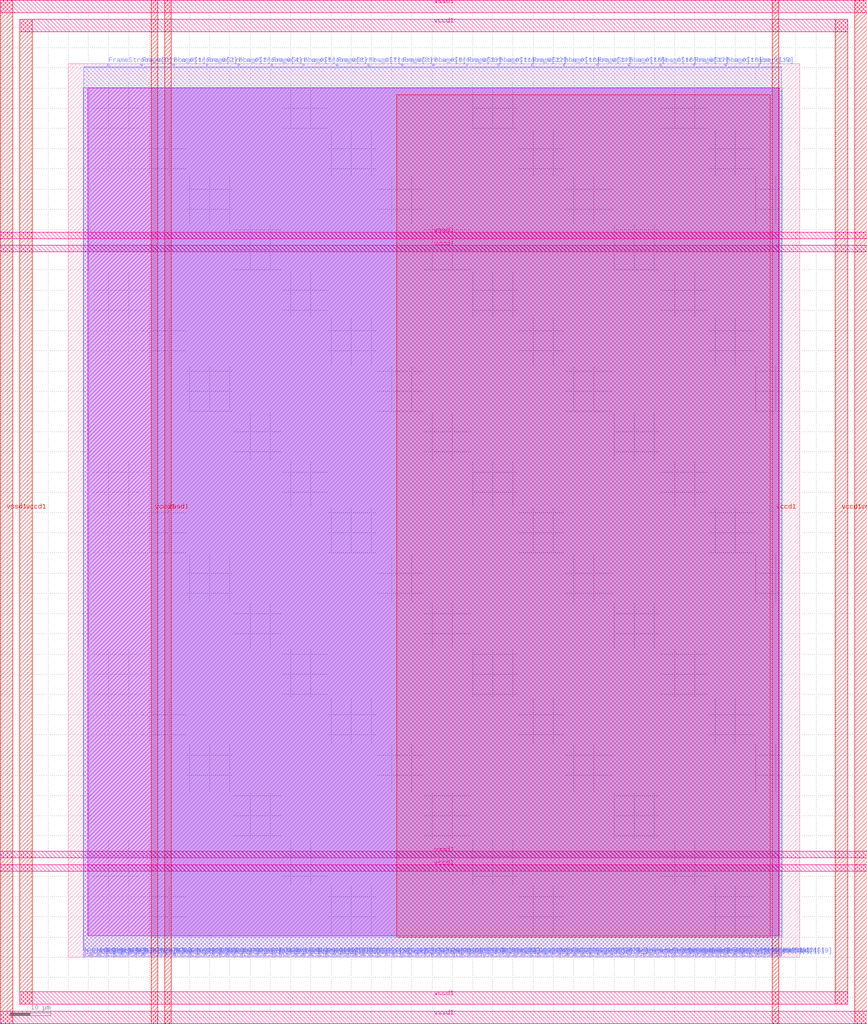
<source format=lef>
VERSION 5.7 ;
  NOWIREEXTENSIONATPIN ON ;
  DIVIDERCHAR "/" ;
  BUSBITCHARS "[]" ;
MACRO N_term_RAM_IO
  CLASS BLOCK ;
  FOREIGN N_term_RAM_IO ;
  ORIGIN 0.000 0.000 ;
  SIZE 181.000 BY 221.000 ;
  PIN FrameStrobe[0]
    DIRECTION INPUT ;
    USE SIGNAL ;
    ANTENNAGATEAREA 0.213000 ;
    ANTENNADIFFAREA 0.434700 ;
    PORT
      LAYER met2 ;
        RECT 138.500 0.000 138.880 0.700 ;
    END
  END FrameStrobe[0]
  PIN FrameStrobe[10]
    DIRECTION INPUT ;
    USE SIGNAL ;
    ANTENNAGATEAREA 0.196500 ;
    ANTENNADIFFAREA 0.434700 ;
    PORT
      LAYER met2 ;
        RECT 156.900 0.000 157.280 0.700 ;
    END
  END FrameStrobe[10]
  PIN FrameStrobe[11]
    DIRECTION INPUT ;
    USE SIGNAL ;
    ANTENNAGATEAREA 0.196500 ;
    ANTENNADIFFAREA 0.434700 ;
    PORT
      LAYER met2 ;
        RECT 158.740 0.000 159.120 0.700 ;
    END
  END FrameStrobe[11]
  PIN FrameStrobe[12]
    DIRECTION INPUT ;
    USE SIGNAL ;
    ANTENNAGATEAREA 0.196500 ;
    ANTENNADIFFAREA 0.434700 ;
    PORT
      LAYER met2 ;
        RECT 160.580 0.000 160.960 0.700 ;
    END
  END FrameStrobe[12]
  PIN FrameStrobe[13]
    DIRECTION INPUT ;
    USE SIGNAL ;
    ANTENNAGATEAREA 0.213000 ;
    PORT
      LAYER met2 ;
        RECT 162.420 0.000 162.800 0.700 ;
    END
  END FrameStrobe[13]
  PIN FrameStrobe[14]
    DIRECTION INPUT ;
    USE SIGNAL ;
    ANTENNAGATEAREA 0.213000 ;
    PORT
      LAYER met2 ;
        RECT 164.720 0.000 165.100 0.700 ;
    END
  END FrameStrobe[14]
  PIN FrameStrobe[15]
    DIRECTION INPUT ;
    USE SIGNAL ;
    ANTENNAGATEAREA 0.213000 ;
    PORT
      LAYER met2 ;
        RECT 166.560 0.000 166.940 0.700 ;
    END
  END FrameStrobe[15]
  PIN FrameStrobe[16]
    DIRECTION INPUT ;
    USE SIGNAL ;
    ANTENNAGATEAREA 0.213000 ;
    ANTENNADIFFAREA 0.434700 ;
    PORT
      LAYER met2 ;
        RECT 168.400 0.000 168.780 0.700 ;
    END
  END FrameStrobe[16]
  PIN FrameStrobe[17]
    DIRECTION INPUT ;
    USE SIGNAL ;
    ANTENNAGATEAREA 0.213000 ;
    PORT
      LAYER met2 ;
        RECT 170.240 0.000 170.620 0.700 ;
    END
  END FrameStrobe[17]
  PIN FrameStrobe[18]
    DIRECTION INPUT ;
    USE SIGNAL ;
    ANTENNAGATEAREA 0.213000 ;
    ANTENNADIFFAREA 0.434700 ;
    PORT
      LAYER met2 ;
        RECT 172.080 0.000 172.460 0.700 ;
    END
  END FrameStrobe[18]
  PIN FrameStrobe[19]
    DIRECTION INPUT ;
    USE SIGNAL ;
    ANTENNAGATEAREA 0.213000 ;
    ANTENNADIFFAREA 0.434700 ;
    PORT
      LAYER met2 ;
        RECT 173.920 0.000 174.300 0.700 ;
    END
  END FrameStrobe[19]
  PIN FrameStrobe[1]
    DIRECTION INPUT ;
    USE SIGNAL ;
    ANTENNAGATEAREA 0.213000 ;
    ANTENNADIFFAREA 0.434700 ;
    PORT
      LAYER met2 ;
        RECT 140.340 0.000 140.720 0.700 ;
    END
  END FrameStrobe[1]
  PIN FrameStrobe[2]
    DIRECTION INPUT ;
    USE SIGNAL ;
    ANTENNAGATEAREA 0.213000 ;
    ANTENNADIFFAREA 0.434700 ;
    PORT
      LAYER met2 ;
        RECT 142.180 0.000 142.560 0.700 ;
    END
  END FrameStrobe[2]
  PIN FrameStrobe[3]
    DIRECTION INPUT ;
    USE SIGNAL ;
    ANTENNAGATEAREA 0.213000 ;
    ANTENNADIFFAREA 0.434700 ;
    PORT
      LAYER met2 ;
        RECT 144.020 0.000 144.400 0.700 ;
    END
  END FrameStrobe[3]
  PIN FrameStrobe[4]
    DIRECTION INPUT ;
    USE SIGNAL ;
    ANTENNAGATEAREA 0.213000 ;
    ANTENNADIFFAREA 0.434700 ;
    PORT
      LAYER met2 ;
        RECT 145.860 0.000 146.240 0.700 ;
    END
  END FrameStrobe[4]
  PIN FrameStrobe[5]
    DIRECTION INPUT ;
    USE SIGNAL ;
    ANTENNAGATEAREA 0.213000 ;
    PORT
      LAYER met2 ;
        RECT 147.700 0.000 148.080 0.700 ;
    END
  END FrameStrobe[5]
  PIN FrameStrobe[6]
    DIRECTION INPUT ;
    USE SIGNAL ;
    ANTENNAGATEAREA 0.213000 ;
    PORT
      LAYER met2 ;
        RECT 149.540 0.000 149.920 0.700 ;
    END
  END FrameStrobe[6]
  PIN FrameStrobe[7]
    DIRECTION INPUT ;
    USE SIGNAL ;
    ANTENNAGATEAREA 0.196500 ;
    ANTENNADIFFAREA 0.434700 ;
    PORT
      LAYER met2 ;
        RECT 151.380 0.000 151.760 0.700 ;
    END
  END FrameStrobe[7]
  PIN FrameStrobe[8]
    DIRECTION INPUT ;
    USE SIGNAL ;
    ANTENNAGATEAREA 0.196500 ;
    ANTENNADIFFAREA 0.434700 ;
    PORT
      LAYER met2 ;
        RECT 153.220 0.000 153.600 0.700 ;
    END
  END FrameStrobe[8]
  PIN FrameStrobe[9]
    DIRECTION INPUT ;
    USE SIGNAL ;
    ANTENNAGATEAREA 0.196500 ;
    ANTENNADIFFAREA 0.434700 ;
    PORT
      LAYER met2 ;
        RECT 155.060 0.000 155.440 0.700 ;
    END
  END FrameStrobe[9]
  PIN FrameStrobe_O[0]
    DIRECTION OUTPUT ;
    USE SIGNAL ;
    ANTENNADIFFAREA 0.445500 ;
    PORT
      LAYER met2 ;
        RECT 9.700 220.300 10.080 221.000 ;
    END
  END FrameStrobe_O[0]
  PIN FrameStrobe_O[10]
    DIRECTION OUTPUT ;
    USE SIGNAL ;
    ANTENNADIFFAREA 0.445500 ;
    PORT
      LAYER met2 ;
        RECT 90.200 220.300 90.580 221.000 ;
    END
  END FrameStrobe_O[10]
  PIN FrameStrobe_O[11]
    DIRECTION OUTPUT ;
    USE SIGNAL ;
    ANTENNADIFFAREA 0.445500 ;
    PORT
      LAYER met2 ;
        RECT 98.480 220.300 98.860 221.000 ;
    END
  END FrameStrobe_O[11]
  PIN FrameStrobe_O[12]
    DIRECTION OUTPUT ;
    USE SIGNAL ;
    ANTENNADIFFAREA 0.445500 ;
    PORT
      LAYER met2 ;
        RECT 106.300 220.300 106.680 221.000 ;
    END
  END FrameStrobe_O[12]
  PIN FrameStrobe_O[13]
    DIRECTION OUTPUT ;
    USE SIGNAL ;
    ANTENNADIFFAREA 0.445500 ;
    PORT
      LAYER met2 ;
        RECT 114.580 220.300 114.960 221.000 ;
    END
  END FrameStrobe_O[13]
  PIN FrameStrobe_O[14]
    DIRECTION OUTPUT ;
    USE SIGNAL ;
    ANTENNADIFFAREA 0.445500 ;
    PORT
      LAYER met2 ;
        RECT 122.400 220.300 122.780 221.000 ;
    END
  END FrameStrobe_O[14]
  PIN FrameStrobe_O[15]
    DIRECTION OUTPUT ;
    USE SIGNAL ;
    ANTENNADIFFAREA 0.445500 ;
    PORT
      LAYER met2 ;
        RECT 130.680 220.300 131.060 221.000 ;
    END
  END FrameStrobe_O[15]
  PIN FrameStrobe_O[16]
    DIRECTION OUTPUT ;
    USE SIGNAL ;
    ANTENNADIFFAREA 0.445500 ;
    PORT
      LAYER met2 ;
        RECT 138.500 220.300 138.880 221.000 ;
    END
  END FrameStrobe_O[16]
  PIN FrameStrobe_O[17]
    DIRECTION OUTPUT ;
    USE SIGNAL ;
    ANTENNADIFFAREA 0.445500 ;
    PORT
      LAYER met2 ;
        RECT 146.320 220.300 146.700 221.000 ;
    END
  END FrameStrobe_O[17]
  PIN FrameStrobe_O[18]
    DIRECTION OUTPUT ;
    USE SIGNAL ;
    ANTENNADIFFAREA 0.445500 ;
    PORT
      LAYER met2 ;
        RECT 154.600 220.300 154.980 221.000 ;
    END
  END FrameStrobe_O[18]
  PIN FrameStrobe_O[19]
    DIRECTION OUTPUT ;
    USE SIGNAL ;
    ANTENNADIFFAREA 0.445500 ;
    PORT
      LAYER met2 ;
        RECT 162.420 220.300 162.800 221.000 ;
    END
  END FrameStrobe_O[19]
  PIN FrameStrobe_O[1]
    DIRECTION OUTPUT ;
    USE SIGNAL ;
    ANTENNADIFFAREA 0.445500 ;
    PORT
      LAYER met2 ;
        RECT 17.980 220.300 18.360 221.000 ;
    END
  END FrameStrobe_O[1]
  PIN FrameStrobe_O[2]
    DIRECTION OUTPUT ;
    USE SIGNAL ;
    ANTENNADIFFAREA 0.445500 ;
    PORT
      LAYER met2 ;
        RECT 25.800 220.300 26.180 221.000 ;
    END
  END FrameStrobe_O[2]
  PIN FrameStrobe_O[3]
    DIRECTION OUTPUT ;
    USE SIGNAL ;
    ANTENNADIFFAREA 0.445500 ;
    PORT
      LAYER met2 ;
        RECT 34.080 220.300 34.460 221.000 ;
    END
  END FrameStrobe_O[3]
  PIN FrameStrobe_O[4]
    DIRECTION OUTPUT ;
    USE SIGNAL ;
    ANTENNADIFFAREA 0.445500 ;
    PORT
      LAYER met2 ;
        RECT 41.900 220.300 42.280 221.000 ;
    END
  END FrameStrobe_O[4]
  PIN FrameStrobe_O[5]
    DIRECTION OUTPUT ;
    USE SIGNAL ;
    ANTENNADIFFAREA 0.445500 ;
    PORT
      LAYER met2 ;
        RECT 50.180 220.300 50.560 221.000 ;
    END
  END FrameStrobe_O[5]
  PIN FrameStrobe_O[6]
    DIRECTION OUTPUT ;
    USE SIGNAL ;
    ANTENNADIFFAREA 0.445500 ;
    PORT
      LAYER met2 ;
        RECT 58.000 220.300 58.380 221.000 ;
    END
  END FrameStrobe_O[6]
  PIN FrameStrobe_O[7]
    DIRECTION OUTPUT ;
    USE SIGNAL ;
    ANTENNADIFFAREA 0.445500 ;
    PORT
      LAYER met2 ;
        RECT 66.280 220.300 66.660 221.000 ;
    END
  END FrameStrobe_O[7]
  PIN FrameStrobe_O[8]
    DIRECTION OUTPUT ;
    USE SIGNAL ;
    ANTENNADIFFAREA 0.445500 ;
    PORT
      LAYER met2 ;
        RECT 74.100 220.300 74.480 221.000 ;
    END
  END FrameStrobe_O[8]
  PIN FrameStrobe_O[9]
    DIRECTION OUTPUT ;
    USE SIGNAL ;
    ANTENNADIFFAREA 0.445500 ;
    PORT
      LAYER met2 ;
        RECT 82.380 220.300 82.760 221.000 ;
    END
  END FrameStrobe_O[9]
  PIN N1END[0]
    DIRECTION INPUT ;
    USE SIGNAL ;
    ANTENNAGATEAREA 0.196500 ;
    ANTENNADIFFAREA 0.434700 ;
    PORT
      LAYER met2 ;
        RECT 3.720 0.000 4.100 0.700 ;
    END
  END N1END[0]
  PIN N1END[1]
    DIRECTION INPUT ;
    USE SIGNAL ;
    ANTENNAGATEAREA 0.196500 ;
    ANTENNADIFFAREA 0.434700 ;
    PORT
      LAYER met2 ;
        RECT 5.560 0.000 5.940 0.700 ;
    END
  END N1END[1]
  PIN N1END[2]
    DIRECTION INPUT ;
    USE SIGNAL ;
    ANTENNAGATEAREA 0.196500 ;
    ANTENNADIFFAREA 0.434700 ;
    PORT
      LAYER met2 ;
        RECT 7.400 0.000 7.780 0.700 ;
    END
  END N1END[2]
  PIN N1END[3]
    DIRECTION INPUT ;
    USE SIGNAL ;
    ANTENNAGATEAREA 0.196500 ;
    ANTENNADIFFAREA 0.434700 ;
    PORT
      LAYER met2 ;
        RECT 9.240 0.000 9.620 0.700 ;
    END
  END N1END[3]
  PIN N2END[0]
    DIRECTION INPUT ;
    USE SIGNAL ;
    ANTENNAGATEAREA 0.196500 ;
    ANTENNADIFFAREA 0.434700 ;
    PORT
      LAYER met2 ;
        RECT 26.260 0.000 26.640 0.700 ;
    END
  END N2END[0]
  PIN N2END[1]
    DIRECTION INPUT ;
    USE SIGNAL ;
    ANTENNAGATEAREA 0.196500 ;
    ANTENNADIFFAREA 0.434700 ;
    PORT
      LAYER met2 ;
        RECT 28.100 0.000 28.480 0.700 ;
    END
  END N2END[1]
  PIN N2END[2]
    DIRECTION INPUT ;
    USE SIGNAL ;
    ANTENNAGATEAREA 0.196500 ;
    ANTENNADIFFAREA 0.434700 ;
    PORT
      LAYER met2 ;
        RECT 29.940 0.000 30.320 0.700 ;
    END
  END N2END[2]
  PIN N2END[3]
    DIRECTION INPUT ;
    USE SIGNAL ;
    ANTENNAGATEAREA 0.196500 ;
    ANTENNADIFFAREA 0.434700 ;
    PORT
      LAYER met2 ;
        RECT 31.780 0.000 32.160 0.700 ;
    END
  END N2END[3]
  PIN N2END[4]
    DIRECTION INPUT ;
    USE SIGNAL ;
    ANTENNAGATEAREA 0.196500 ;
    ANTENNADIFFAREA 0.434700 ;
    PORT
      LAYER met2 ;
        RECT 33.620 0.000 34.000 0.700 ;
    END
  END N2END[4]
  PIN N2END[5]
    DIRECTION INPUT ;
    USE SIGNAL ;
    ANTENNAGATEAREA 0.196500 ;
    ANTENNADIFFAREA 0.434700 ;
    PORT
      LAYER met2 ;
        RECT 35.460 0.000 35.840 0.700 ;
    END
  END N2END[5]
  PIN N2END[6]
    DIRECTION INPUT ;
    USE SIGNAL ;
    ANTENNAGATEAREA 0.196500 ;
    ANTENNADIFFAREA 0.434700 ;
    PORT
      LAYER met2 ;
        RECT 37.300 0.000 37.680 0.700 ;
    END
  END N2END[6]
  PIN N2END[7]
    DIRECTION INPUT ;
    USE SIGNAL ;
    ANTENNAGATEAREA 0.196500 ;
    ANTENNADIFFAREA 0.434700 ;
    PORT
      LAYER met2 ;
        RECT 39.140 0.000 39.520 0.700 ;
    END
  END N2END[7]
  PIN N2MID[0]
    DIRECTION INPUT ;
    USE SIGNAL ;
    ANTENNAGATEAREA 0.196500 ;
    ANTENNADIFFAREA 0.434700 ;
    PORT
      LAYER met2 ;
        RECT 11.080 0.000 11.460 0.700 ;
    END
  END N2MID[0]
  PIN N2MID[1]
    DIRECTION INPUT ;
    USE SIGNAL ;
    ANTENNAGATEAREA 0.196500 ;
    ANTENNADIFFAREA 0.434700 ;
    PORT
      LAYER met2 ;
        RECT 12.920 0.000 13.300 0.700 ;
    END
  END N2MID[1]
  PIN N2MID[2]
    DIRECTION INPUT ;
    USE SIGNAL ;
    ANTENNAGATEAREA 0.196500 ;
    PORT
      LAYER met2 ;
        RECT 14.760 0.000 15.140 0.700 ;
    END
  END N2MID[2]
  PIN N2MID[3]
    DIRECTION INPUT ;
    USE SIGNAL ;
    ANTENNAGATEAREA 0.196500 ;
    ANTENNADIFFAREA 0.434700 ;
    PORT
      LAYER met2 ;
        RECT 16.600 0.000 16.980 0.700 ;
    END
  END N2MID[3]
  PIN N2MID[4]
    DIRECTION INPUT ;
    USE SIGNAL ;
    ANTENNAGATEAREA 0.196500 ;
    ANTENNADIFFAREA 0.434700 ;
    PORT
      LAYER met2 ;
        RECT 18.440 0.000 18.820 0.700 ;
    END
  END N2MID[4]
  PIN N2MID[5]
    DIRECTION INPUT ;
    USE SIGNAL ;
    ANTENNAGATEAREA 0.196500 ;
    ANTENNADIFFAREA 0.434700 ;
    PORT
      LAYER met2 ;
        RECT 20.740 0.000 21.120 0.700 ;
    END
  END N2MID[5]
  PIN N2MID[6]
    DIRECTION INPUT ;
    USE SIGNAL ;
    ANTENNAGATEAREA 0.196500 ;
    PORT
      LAYER met2 ;
        RECT 22.580 0.000 22.960 0.700 ;
    END
  END N2MID[6]
  PIN N2MID[7]
    DIRECTION INPUT ;
    USE SIGNAL ;
    ANTENNAGATEAREA 0.196500 ;
    PORT
      LAYER met2 ;
        RECT 24.420 0.000 24.800 0.700 ;
    END
  END N2MID[7]
  PIN N4END[0]
    DIRECTION INPUT ;
    USE SIGNAL ;
    ANTENNAGATEAREA 0.213000 ;
    ANTENNADIFFAREA 0.434700 ;
    PORT
      LAYER met2 ;
        RECT 40.980 0.000 41.360 0.700 ;
    END
  END N4END[0]
  PIN N4END[10]
    DIRECTION INPUT ;
    USE SIGNAL ;
    ANTENNAGATEAREA 0.196500 ;
    ANTENNADIFFAREA 0.434700 ;
    PORT
      LAYER met2 ;
        RECT 59.840 0.000 60.220 0.700 ;
    END
  END N4END[10]
  PIN N4END[11]
    DIRECTION INPUT ;
    USE SIGNAL ;
    ANTENNAGATEAREA 0.196500 ;
    ANTENNADIFFAREA 0.434700 ;
    PORT
      LAYER met2 ;
        RECT 61.680 0.000 62.060 0.700 ;
    END
  END N4END[11]
  PIN N4END[12]
    DIRECTION INPUT ;
    USE SIGNAL ;
    ANTENNAGATEAREA 0.196500 ;
    ANTENNADIFFAREA 0.434700 ;
    PORT
      LAYER met2 ;
        RECT 63.520 0.000 63.900 0.700 ;
    END
  END N4END[12]
  PIN N4END[13]
    DIRECTION INPUT ;
    USE SIGNAL ;
    ANTENNAGATEAREA 0.213000 ;
    ANTENNADIFFAREA 0.434700 ;
    PORT
      LAYER met2 ;
        RECT 65.360 0.000 65.740 0.700 ;
    END
  END N4END[13]
  PIN N4END[14]
    DIRECTION INPUT ;
    USE SIGNAL ;
    ANTENNAGATEAREA 0.196500 ;
    PORT
      LAYER met2 ;
        RECT 67.200 0.000 67.580 0.700 ;
    END
  END N4END[14]
  PIN N4END[15]
    DIRECTION INPUT ;
    USE SIGNAL ;
    ANTENNAGATEAREA 0.196500 ;
    ANTENNADIFFAREA 0.434700 ;
    PORT
      LAYER met2 ;
        RECT 69.040 0.000 69.420 0.700 ;
    END
  END N4END[15]
  PIN N4END[1]
    DIRECTION INPUT ;
    USE SIGNAL ;
    ANTENNAGATEAREA 0.213000 ;
    PORT
      LAYER met2 ;
        RECT 42.820 0.000 43.200 0.700 ;
    END
  END N4END[1]
  PIN N4END[2]
    DIRECTION INPUT ;
    USE SIGNAL ;
    ANTENNAGATEAREA 0.196500 ;
    PORT
      LAYER met2 ;
        RECT 44.660 0.000 45.040 0.700 ;
    END
  END N4END[2]
  PIN N4END[3]
    DIRECTION INPUT ;
    USE SIGNAL ;
    ANTENNAGATEAREA 0.213000 ;
    ANTENNADIFFAREA 0.434700 ;
    PORT
      LAYER met2 ;
        RECT 46.500 0.000 46.880 0.700 ;
    END
  END N4END[3]
  PIN N4END[4]
    DIRECTION INPUT ;
    USE SIGNAL ;
    ANTENNAGATEAREA 0.213000 ;
    PORT
      LAYER met2 ;
        RECT 48.340 0.000 48.720 0.700 ;
    END
  END N4END[4]
  PIN N4END[5]
    DIRECTION INPUT ;
    USE SIGNAL ;
    ANTENNAGATEAREA 0.196500 ;
    ANTENNADIFFAREA 0.434700 ;
    PORT
      LAYER met2 ;
        RECT 50.640 0.000 51.020 0.700 ;
    END
  END N4END[5]
  PIN N4END[6]
    DIRECTION INPUT ;
    USE SIGNAL ;
    ANTENNAGATEAREA 0.213000 ;
    ANTENNADIFFAREA 0.434700 ;
    PORT
      LAYER met2 ;
        RECT 52.480 0.000 52.860 0.700 ;
    END
  END N4END[6]
  PIN N4END[7]
    DIRECTION INPUT ;
    USE SIGNAL ;
    ANTENNAGATEAREA 0.213000 ;
    ANTENNADIFFAREA 0.434700 ;
    PORT
      LAYER met2 ;
        RECT 54.320 0.000 54.700 0.700 ;
    END
  END N4END[7]
  PIN N4END[8]
    DIRECTION INPUT ;
    USE SIGNAL ;
    ANTENNAGATEAREA 0.196500 ;
    ANTENNADIFFAREA 0.434700 ;
    PORT
      LAYER met2 ;
        RECT 56.160 0.000 56.540 0.700 ;
    END
  END N4END[8]
  PIN N4END[9]
    DIRECTION INPUT ;
    USE SIGNAL ;
    ANTENNAGATEAREA 0.213000 ;
    ANTENNADIFFAREA 0.434700 ;
    PORT
      LAYER met2 ;
        RECT 58.000 0.000 58.380 0.700 ;
    END
  END N4END[9]
  PIN S1BEG[0]
    DIRECTION OUTPUT ;
    USE SIGNAL ;
    ANTENNADIFFAREA 0.445500 ;
    PORT
      LAYER met2 ;
        RECT 70.880 0.000 71.260 0.700 ;
    END
  END S1BEG[0]
  PIN S1BEG[1]
    DIRECTION OUTPUT ;
    USE SIGNAL ;
    ANTENNADIFFAREA 0.445500 ;
    PORT
      LAYER met2 ;
        RECT 72.720 0.000 73.100 0.700 ;
    END
  END S1BEG[1]
  PIN S1BEG[2]
    DIRECTION OUTPUT ;
    USE SIGNAL ;
    ANTENNADIFFAREA 0.445500 ;
    PORT
      LAYER met2 ;
        RECT 74.560 0.000 74.940 0.700 ;
    END
  END S1BEG[2]
  PIN S1BEG[3]
    DIRECTION OUTPUT ;
    USE SIGNAL ;
    ANTENNADIFFAREA 0.445500 ;
    PORT
      LAYER met2 ;
        RECT 76.400 0.000 76.780 0.700 ;
    END
  END S1BEG[3]
  PIN S2BEG[0]
    DIRECTION OUTPUT ;
    USE SIGNAL ;
    ANTENNADIFFAREA 0.445500 ;
    PORT
      LAYER met2 ;
        RECT 78.700 0.000 79.080 0.700 ;
    END
  END S2BEG[0]
  PIN S2BEG[1]
    DIRECTION OUTPUT ;
    USE SIGNAL ;
    ANTENNADIFFAREA 0.445500 ;
    PORT
      LAYER met2 ;
        RECT 80.540 0.000 80.920 0.700 ;
    END
  END S2BEG[1]
  PIN S2BEG[2]
    DIRECTION OUTPUT ;
    USE SIGNAL ;
    ANTENNADIFFAREA 0.445500 ;
    PORT
      LAYER met2 ;
        RECT 82.380 0.000 82.760 0.700 ;
    END
  END S2BEG[2]
  PIN S2BEG[3]
    DIRECTION OUTPUT ;
    USE SIGNAL ;
    ANTENNADIFFAREA 0.445500 ;
    PORT
      LAYER met2 ;
        RECT 84.220 0.000 84.600 0.700 ;
    END
  END S2BEG[3]
  PIN S2BEG[4]
    DIRECTION OUTPUT ;
    USE SIGNAL ;
    ANTENNADIFFAREA 0.445500 ;
    PORT
      LAYER met2 ;
        RECT 86.060 0.000 86.440 0.700 ;
    END
  END S2BEG[4]
  PIN S2BEG[5]
    DIRECTION OUTPUT ;
    USE SIGNAL ;
    ANTENNADIFFAREA 0.445500 ;
    PORT
      LAYER met2 ;
        RECT 87.900 0.000 88.280 0.700 ;
    END
  END S2BEG[5]
  PIN S2BEG[6]
    DIRECTION OUTPUT ;
    USE SIGNAL ;
    ANTENNADIFFAREA 0.445500 ;
    PORT
      LAYER met2 ;
        RECT 89.740 0.000 90.120 0.700 ;
    END
  END S2BEG[6]
  PIN S2BEG[7]
    DIRECTION OUTPUT ;
    USE SIGNAL ;
    ANTENNADIFFAREA 0.445500 ;
    PORT
      LAYER met2 ;
        RECT 91.580 0.000 91.960 0.700 ;
    END
  END S2BEG[7]
  PIN S2BEGb[0]
    DIRECTION OUTPUT ;
    USE SIGNAL ;
    ANTENNADIFFAREA 0.445500 ;
    PORT
      LAYER met2 ;
        RECT 93.420 0.000 93.800 0.700 ;
    END
  END S2BEGb[0]
  PIN S2BEGb[1]
    DIRECTION OUTPUT ;
    USE SIGNAL ;
    ANTENNADIFFAREA 0.445500 ;
    PORT
      LAYER met2 ;
        RECT 95.260 0.000 95.640 0.700 ;
    END
  END S2BEGb[1]
  PIN S2BEGb[2]
    DIRECTION OUTPUT ;
    USE SIGNAL ;
    ANTENNADIFFAREA 0.445500 ;
    PORT
      LAYER met2 ;
        RECT 97.100 0.000 97.480 0.700 ;
    END
  END S2BEGb[2]
  PIN S2BEGb[3]
    DIRECTION OUTPUT ;
    USE SIGNAL ;
    ANTENNADIFFAREA 0.445500 ;
    PORT
      LAYER met2 ;
        RECT 98.940 0.000 99.320 0.700 ;
    END
  END S2BEGb[3]
  PIN S2BEGb[4]
    DIRECTION OUTPUT ;
    USE SIGNAL ;
    ANTENNADIFFAREA 0.445500 ;
    PORT
      LAYER met2 ;
        RECT 100.780 0.000 101.160 0.700 ;
    END
  END S2BEGb[4]
  PIN S2BEGb[5]
    DIRECTION OUTPUT ;
    USE SIGNAL ;
    ANTENNADIFFAREA 0.445500 ;
    PORT
      LAYER met2 ;
        RECT 102.620 0.000 103.000 0.700 ;
    END
  END S2BEGb[5]
  PIN S2BEGb[6]
    DIRECTION OUTPUT ;
    USE SIGNAL ;
    ANTENNADIFFAREA 0.445500 ;
    PORT
      LAYER met2 ;
        RECT 104.460 0.000 104.840 0.700 ;
    END
  END S2BEGb[6]
  PIN S2BEGb[7]
    DIRECTION OUTPUT ;
    USE SIGNAL ;
    ANTENNADIFFAREA 0.445500 ;
    PORT
      LAYER met2 ;
        RECT 106.760 0.000 107.140 0.700 ;
    END
  END S2BEGb[7]
  PIN S4BEG[0]
    DIRECTION OUTPUT ;
    USE SIGNAL ;
    ANTENNADIFFAREA 0.445500 ;
    PORT
      LAYER met2 ;
        RECT 108.600 0.000 108.980 0.700 ;
    END
  END S4BEG[0]
  PIN S4BEG[10]
    DIRECTION OUTPUT ;
    USE SIGNAL ;
    ANTENNADIFFAREA 0.445500 ;
    PORT
      LAYER met2 ;
        RECT 127.000 0.000 127.380 0.700 ;
    END
  END S4BEG[10]
  PIN S4BEG[11]
    DIRECTION OUTPUT ;
    USE SIGNAL ;
    ANTENNADIFFAREA 0.445500 ;
    PORT
      LAYER met2 ;
        RECT 128.840 0.000 129.220 0.700 ;
    END
  END S4BEG[11]
  PIN S4BEG[12]
    DIRECTION OUTPUT ;
    USE SIGNAL ;
    ANTENNADIFFAREA 0.445500 ;
    PORT
      LAYER met2 ;
        RECT 130.680 0.000 131.060 0.700 ;
    END
  END S4BEG[12]
  PIN S4BEG[13]
    DIRECTION OUTPUT ;
    USE SIGNAL ;
    ANTENNADIFFAREA 0.445500 ;
    PORT
      LAYER met2 ;
        RECT 132.520 0.000 132.900 0.700 ;
    END
  END S4BEG[13]
  PIN S4BEG[14]
    DIRECTION OUTPUT ;
    USE SIGNAL ;
    ANTENNADIFFAREA 0.445500 ;
    PORT
      LAYER met2 ;
        RECT 134.360 0.000 134.740 0.700 ;
    END
  END S4BEG[14]
  PIN S4BEG[15]
    DIRECTION OUTPUT ;
    USE SIGNAL ;
    ANTENNADIFFAREA 0.445500 ;
    PORT
      LAYER met2 ;
        RECT 136.660 0.000 137.040 0.700 ;
    END
  END S4BEG[15]
  PIN S4BEG[1]
    DIRECTION OUTPUT ;
    USE SIGNAL ;
    ANTENNADIFFAREA 0.445500 ;
    PORT
      LAYER met2 ;
        RECT 110.440 0.000 110.820 0.700 ;
    END
  END S4BEG[1]
  PIN S4BEG[2]
    DIRECTION OUTPUT ;
    USE SIGNAL ;
    ANTENNADIFFAREA 0.445500 ;
    PORT
      LAYER met2 ;
        RECT 112.280 0.000 112.660 0.700 ;
    END
  END S4BEG[2]
  PIN S4BEG[3]
    DIRECTION OUTPUT ;
    USE SIGNAL ;
    ANTENNADIFFAREA 0.445500 ;
    PORT
      LAYER met2 ;
        RECT 114.120 0.000 114.500 0.700 ;
    END
  END S4BEG[3]
  PIN S4BEG[4]
    DIRECTION OUTPUT ;
    USE SIGNAL ;
    ANTENNADIFFAREA 0.445500 ;
    PORT
      LAYER met2 ;
        RECT 115.960 0.000 116.340 0.700 ;
    END
  END S4BEG[4]
  PIN S4BEG[5]
    DIRECTION OUTPUT ;
    USE SIGNAL ;
    ANTENNADIFFAREA 0.445500 ;
    PORT
      LAYER met2 ;
        RECT 117.800 0.000 118.180 0.700 ;
    END
  END S4BEG[5]
  PIN S4BEG[6]
    DIRECTION OUTPUT ;
    USE SIGNAL ;
    ANTENNADIFFAREA 0.445500 ;
    PORT
      LAYER met2 ;
        RECT 119.640 0.000 120.020 0.700 ;
    END
  END S4BEG[6]
  PIN S4BEG[7]
    DIRECTION OUTPUT ;
    USE SIGNAL ;
    ANTENNADIFFAREA 0.445500 ;
    PORT
      LAYER met2 ;
        RECT 121.480 0.000 121.860 0.700 ;
    END
  END S4BEG[7]
  PIN S4BEG[8]
    DIRECTION OUTPUT ;
    USE SIGNAL ;
    ANTENNADIFFAREA 0.445500 ;
    PORT
      LAYER met2 ;
        RECT 123.320 0.000 123.700 0.700 ;
    END
  END S4BEG[8]
  PIN S4BEG[9]
    DIRECTION OUTPUT ;
    USE SIGNAL ;
    ANTENNADIFFAREA 0.445500 ;
    PORT
      LAYER met2 ;
        RECT 125.160 0.000 125.540 0.700 ;
    END
  END S4BEG[9]
  PIN UserCLK
    DIRECTION INPUT ;
    USE SIGNAL ;
    ANTENNAGATEAREA 0.159000 ;
    ANTENNADIFFAREA 0.434700 ;
    PORT
      LAYER met2 ;
        RECT 175.760 0.000 176.140 0.700 ;
    END
  END UserCLK
  PIN UserCLKo
    DIRECTION OUTPUT ;
    USE SIGNAL ;
    ANTENNADIFFAREA 0.340600 ;
    PORT
      LAYER met2 ;
        RECT 170.700 220.300 171.080 221.000 ;
    END
  END UserCLKo
  PIN vccd1
    DIRECTION INOUT ;
    USE POWER ;
    PORT
      LAYER met4 ;
        RECT -12.040 -11.660 -8.940 231.980 ;
    END
    PORT
      LAYER met5 ;
        RECT -12.040 -11.660 192.820 -8.560 ;
    END
    PORT
      LAYER met5 ;
        RECT -12.040 228.880 192.820 231.980 ;
    END
    PORT
      LAYER met4 ;
        RECT 189.720 -11.660 192.820 231.980 ;
    END
    PORT
      LAYER met4 ;
        RECT 20.580 -16.460 22.180 236.780 ;
    END
    PORT
      LAYER met4 ;
        RECT 174.180 -16.460 175.780 236.780 ;
    END
    PORT
      LAYER met5 ;
        RECT -16.840 21.290 197.620 22.890 ;
    END
    PORT
      LAYER met5 ;
        RECT -16.840 174.470 197.620 176.070 ;
    END
  END vccd1
  PIN vssd1
    DIRECTION INOUT ;
    USE GROUND ;
    PORT
      LAYER met4 ;
        RECT -16.840 -16.460 -13.740 236.780 ;
    END
    PORT
      LAYER met5 ;
        RECT -16.840 -16.460 197.620 -13.360 ;
    END
    PORT
      LAYER met5 ;
        RECT -16.840 233.680 197.620 236.780 ;
    END
    PORT
      LAYER met4 ;
        RECT 194.520 -16.460 197.620 236.780 ;
    END
    PORT
      LAYER met4 ;
        RECT 23.880 -16.460 25.480 236.780 ;
    END
    PORT
      LAYER met5 ;
        RECT -16.840 24.590 197.620 26.190 ;
    END
    PORT
      LAYER met5 ;
        RECT -16.840 177.770 197.620 179.370 ;
    END
  END vssd1
  OBS
      LAYER nwell ;
        RECT 4.870 5.355 175.910 215.070 ;
      LAYER li1 ;
        RECT 5.060 5.355 175.720 214.965 ;
      LAYER met1 ;
        RECT 3.750 1.740 175.780 215.120 ;
      LAYER met2 ;
        RECT 3.780 220.020 9.420 220.300 ;
        RECT 10.360 220.020 17.700 220.300 ;
        RECT 18.640 220.020 25.520 220.300 ;
        RECT 26.460 220.020 33.800 220.300 ;
        RECT 34.740 220.020 41.620 220.300 ;
        RECT 42.560 220.020 49.900 220.300 ;
        RECT 50.840 220.020 57.720 220.300 ;
        RECT 58.660 220.020 66.000 220.300 ;
        RECT 66.940 220.020 73.820 220.300 ;
        RECT 74.760 220.020 82.100 220.300 ;
        RECT 83.040 220.020 89.920 220.300 ;
        RECT 90.860 220.020 98.200 220.300 ;
        RECT 99.140 220.020 106.020 220.300 ;
        RECT 106.960 220.020 114.300 220.300 ;
        RECT 115.240 220.020 122.120 220.300 ;
        RECT 123.060 220.020 130.400 220.300 ;
        RECT 131.340 220.020 138.220 220.300 ;
        RECT 139.160 220.020 146.040 220.300 ;
        RECT 146.980 220.020 154.320 220.300 ;
        RECT 155.260 220.020 162.140 220.300 ;
        RECT 163.080 220.020 170.420 220.300 ;
        RECT 171.360 220.020 176.550 220.300 ;
        RECT 3.780 0.980 176.550 220.020 ;
        RECT 4.380 0.270 5.280 0.980 ;
        RECT 6.220 0.270 7.120 0.980 ;
        RECT 8.060 0.270 8.960 0.980 ;
        RECT 9.900 0.270 10.800 0.980 ;
        RECT 11.740 0.270 12.640 0.980 ;
        RECT 13.580 0.270 14.480 0.980 ;
        RECT 15.420 0.270 16.320 0.980 ;
        RECT 17.260 0.270 18.160 0.980 ;
        RECT 19.100 0.270 20.460 0.980 ;
        RECT 21.400 0.270 22.300 0.980 ;
        RECT 23.240 0.270 24.140 0.980 ;
        RECT 25.080 0.270 25.980 0.980 ;
        RECT 26.920 0.270 27.820 0.980 ;
        RECT 28.760 0.270 29.660 0.980 ;
        RECT 30.600 0.270 31.500 0.980 ;
        RECT 32.440 0.270 33.340 0.980 ;
        RECT 34.280 0.270 35.180 0.980 ;
        RECT 36.120 0.270 37.020 0.980 ;
        RECT 37.960 0.270 38.860 0.980 ;
        RECT 39.800 0.270 40.700 0.980 ;
        RECT 41.640 0.270 42.540 0.980 ;
        RECT 43.480 0.270 44.380 0.980 ;
        RECT 45.320 0.270 46.220 0.980 ;
        RECT 47.160 0.270 48.060 0.980 ;
        RECT 49.000 0.270 50.360 0.980 ;
        RECT 51.300 0.270 52.200 0.980 ;
        RECT 53.140 0.270 54.040 0.980 ;
        RECT 54.980 0.270 55.880 0.980 ;
        RECT 56.820 0.270 57.720 0.980 ;
        RECT 58.660 0.270 59.560 0.980 ;
        RECT 60.500 0.270 61.400 0.980 ;
        RECT 62.340 0.270 63.240 0.980 ;
        RECT 64.180 0.270 65.080 0.980 ;
        RECT 66.020 0.270 66.920 0.980 ;
        RECT 67.860 0.270 68.760 0.980 ;
        RECT 69.700 0.270 70.600 0.980 ;
        RECT 71.540 0.270 72.440 0.980 ;
        RECT 73.380 0.270 74.280 0.980 ;
        RECT 75.220 0.270 76.120 0.980 ;
        RECT 77.060 0.270 78.420 0.980 ;
        RECT 79.360 0.270 80.260 0.980 ;
        RECT 81.200 0.270 82.100 0.980 ;
        RECT 83.040 0.270 83.940 0.980 ;
        RECT 84.880 0.270 85.780 0.980 ;
        RECT 86.720 0.270 87.620 0.980 ;
        RECT 88.560 0.270 89.460 0.980 ;
        RECT 90.400 0.270 91.300 0.980 ;
        RECT 92.240 0.270 93.140 0.980 ;
        RECT 94.080 0.270 94.980 0.980 ;
        RECT 95.920 0.270 96.820 0.980 ;
        RECT 97.760 0.270 98.660 0.980 ;
        RECT 99.600 0.270 100.500 0.980 ;
        RECT 101.440 0.270 102.340 0.980 ;
        RECT 103.280 0.270 104.180 0.980 ;
        RECT 105.120 0.270 106.480 0.980 ;
        RECT 107.420 0.270 108.320 0.980 ;
        RECT 109.260 0.270 110.160 0.980 ;
        RECT 111.100 0.270 112.000 0.980 ;
        RECT 112.940 0.270 113.840 0.980 ;
        RECT 114.780 0.270 115.680 0.980 ;
        RECT 116.620 0.270 117.520 0.980 ;
        RECT 118.460 0.270 119.360 0.980 ;
        RECT 120.300 0.270 121.200 0.980 ;
        RECT 122.140 0.270 123.040 0.980 ;
        RECT 123.980 0.270 124.880 0.980 ;
        RECT 125.820 0.270 126.720 0.980 ;
        RECT 127.660 0.270 128.560 0.980 ;
        RECT 129.500 0.270 130.400 0.980 ;
        RECT 131.340 0.270 132.240 0.980 ;
        RECT 133.180 0.270 134.080 0.980 ;
        RECT 135.020 0.270 136.380 0.980 ;
        RECT 137.320 0.270 138.220 0.980 ;
        RECT 139.160 0.270 140.060 0.980 ;
        RECT 141.000 0.270 141.900 0.980 ;
        RECT 142.840 0.270 143.740 0.980 ;
        RECT 144.680 0.270 145.580 0.980 ;
        RECT 146.520 0.270 147.420 0.980 ;
        RECT 148.360 0.270 149.260 0.980 ;
        RECT 150.200 0.270 151.100 0.980 ;
        RECT 152.040 0.270 152.940 0.980 ;
        RECT 153.880 0.270 154.780 0.980 ;
        RECT 155.720 0.270 156.620 0.980 ;
        RECT 157.560 0.270 158.460 0.980 ;
        RECT 159.400 0.270 160.300 0.980 ;
        RECT 161.240 0.270 162.140 0.980 ;
        RECT 163.080 0.270 164.440 0.980 ;
        RECT 165.380 0.270 166.280 0.980 ;
        RECT 167.220 0.270 168.120 0.980 ;
        RECT 169.060 0.270 169.960 0.980 ;
        RECT 170.900 0.270 171.800 0.980 ;
        RECT 172.740 0.270 173.640 0.980 ;
        RECT 174.580 0.270 175.480 0.980 ;
        RECT 176.420 0.270 176.550 0.980 ;
      LAYER met3 ;
        RECT 20.590 4.935 176.575 215.045 ;
      LAYER met4 ;
        RECT 81.255 4.935 173.585 213.345 ;
  END
END N_term_RAM_IO
END LIBRARY


</source>
